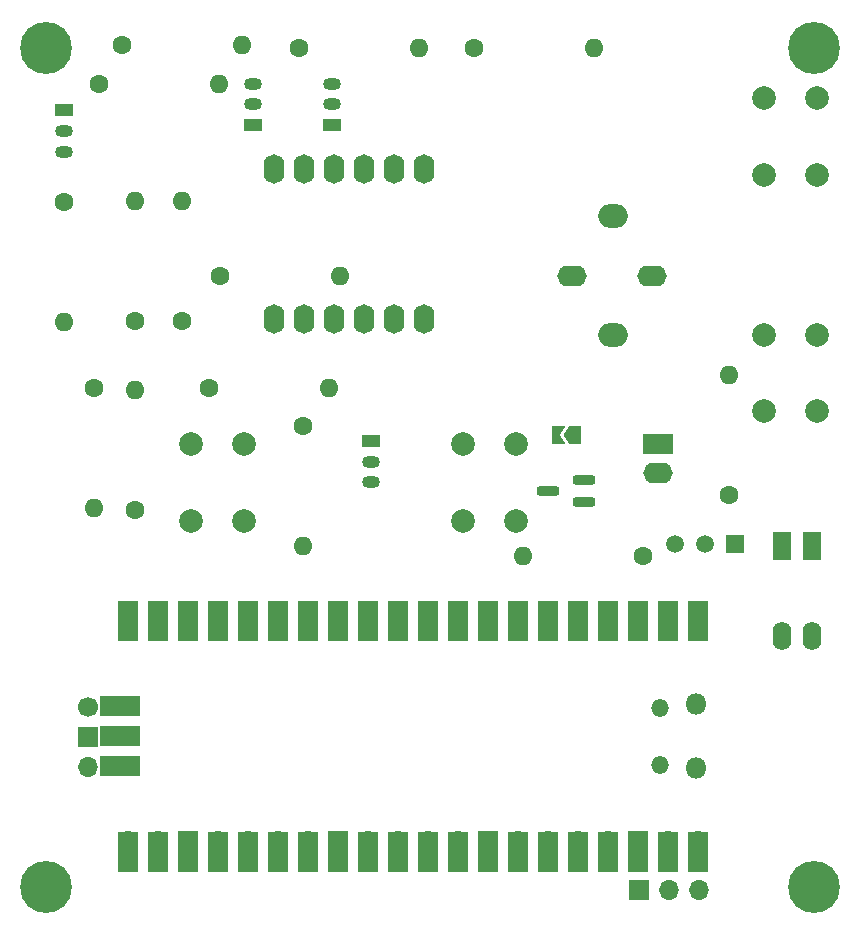
<source format=gbs>
%TF.GenerationSoftware,KiCad,Pcbnew,8.0.6*%
%TF.CreationDate,2025-01-14T21:11:08+01:00*%
%TF.ProjectId,kitchen_timer,6b697463-6865-46e5-9f74-696d65722e6b,1*%
%TF.SameCoordinates,Original*%
%TF.FileFunction,Soldermask,Bot*%
%TF.FilePolarity,Negative*%
%FSLAX46Y46*%
G04 Gerber Fmt 4.6, Leading zero omitted, Abs format (unit mm)*
G04 Created by KiCad (PCBNEW 8.0.6) date 2025-01-14 21:11:08*
%MOMM*%
%LPD*%
G01*
G04 APERTURE LIST*
G04 Aperture macros list*
%AMRoundRect*
0 Rectangle with rounded corners*
0 $1 Rounding radius*
0 $2 $3 $4 $5 $6 $7 $8 $9 X,Y pos of 4 corners*
0 Add a 4 corners polygon primitive as box body*
4,1,4,$2,$3,$4,$5,$6,$7,$8,$9,$2,$3,0*
0 Add four circle primitives for the rounded corners*
1,1,$1+$1,$2,$3*
1,1,$1+$1,$4,$5*
1,1,$1+$1,$6,$7*
1,1,$1+$1,$8,$9*
0 Add four rect primitives between the rounded corners*
20,1,$1+$1,$2,$3,$4,$5,0*
20,1,$1+$1,$4,$5,$6,$7,0*
20,1,$1+$1,$6,$7,$8,$9,0*
20,1,$1+$1,$8,$9,$2,$3,0*%
%AMFreePoly0*
4,1,6,1.000000,0.000000,0.500000,-0.750000,-0.500000,-0.750000,-0.500000,0.750000,0.500000,0.750000,1.000000,0.000000,1.000000,0.000000,$1*%
%AMFreePoly1*
4,1,6,0.500000,-0.750000,-0.650000,-0.750000,-0.150000,0.000000,-0.650000,0.750000,0.500000,0.750000,0.500000,-0.750000,0.500000,-0.750000,$1*%
G04 Aperture macros list end*
%ADD10C,1.600000*%
%ADD11O,1.600000X1.600000*%
%ADD12C,2.000000*%
%ADD13C,0.700000*%
%ADD14C,4.400000*%
%ADD15O,1.750000X2.500000*%
%ADD16C,1.700000*%
%ADD17R,1.700000X1.700000*%
%ADD18O,1.700000X1.700000*%
%ADD19O,1.800000X1.800000*%
%ADD20O,1.500000X1.500000*%
%ADD21R,1.700000X3.500000*%
%ADD22R,3.500000X1.700000*%
%ADD23R,1.500000X1.050000*%
%ADD24O,1.500000X1.050000*%
%ADD25O,2.500000X1.750000*%
%ADD26O,2.500000X2.000000*%
%ADD27FreePoly0,180.000000*%
%ADD28FreePoly1,180.000000*%
%ADD29R,2.500000X1.750000*%
%ADD30RoundRect,0.200000X0.750000X0.200000X-0.750000X0.200000X-0.750000X-0.200000X0.750000X-0.200000X0*%
%ADD31C,1.500000*%
%ADD32R,1.500000X1.500000*%
%ADD33O,1.600000X2.400000*%
%ADD34R,1.600000X2.400000*%
G04 APERTURE END LIST*
D10*
%TO.C,R1*%
X78420000Y-23750000D03*
D11*
X88580000Y-23750000D03*
%TD*%
D10*
%TO.C,R5*%
X78000000Y-49500000D03*
D11*
X78000000Y-59660000D03*
%TD*%
D12*
%TO.C,SW1*%
X134750000Y-31500000D03*
X134750000Y-25000000D03*
X139250000Y-31500000D03*
X139250000Y-25000000D03*
%TD*%
D13*
%TO.C,H1*%
X72350000Y-91750000D03*
X72833274Y-90583274D03*
X72833274Y-92916726D03*
X74000000Y-90100000D03*
D14*
X74000000Y-91750000D03*
D13*
X74000000Y-93400000D03*
X75166726Y-90583274D03*
X75166726Y-92916726D03*
X75650000Y-91750000D03*
%TD*%
D10*
%TO.C,R13*%
X124500000Y-63750000D03*
D11*
X114340000Y-63750000D03*
%TD*%
D10*
%TO.C,R6*%
X80420000Y-20500000D03*
D11*
X90580000Y-20500000D03*
%TD*%
D12*
%TO.C,SW3*%
X86250000Y-60750000D03*
X86250000Y-54250000D03*
X90750000Y-60750000D03*
X90750000Y-54250000D03*
%TD*%
D13*
%TO.C,H2*%
X137350000Y-91750000D03*
X137833274Y-90583274D03*
X137833274Y-92916726D03*
X139000000Y-90100000D03*
D14*
X139000000Y-91750000D03*
D13*
X139000000Y-93400000D03*
X140166726Y-90583274D03*
X140166726Y-92916726D03*
X140650000Y-91750000D03*
%TD*%
D15*
%TO.C,U1*%
X93300000Y-43700000D03*
X95840000Y-43700000D03*
X98380000Y-43700000D03*
X100920000Y-43700000D03*
X103460000Y-43700000D03*
X106000000Y-43700000D03*
X106000000Y-31000000D03*
X103460000Y-31000000D03*
X100920000Y-31000000D03*
X98380000Y-31000000D03*
X95840000Y-31000000D03*
X93300000Y-31000000D03*
%TD*%
D16*
%TO.C,J3*%
X77500000Y-76500000D03*
D17*
X77500000Y-79040000D03*
D18*
X77500000Y-81580000D03*
%TD*%
D12*
%TO.C,SW4*%
X109250000Y-60750000D03*
X109250000Y-54250000D03*
X113750000Y-60750000D03*
X113750000Y-54250000D03*
%TD*%
D10*
%TO.C,R11*%
X95420000Y-20750000D03*
D11*
X105580000Y-20750000D03*
%TD*%
D13*
%TO.C,H3*%
X137350000Y-20750000D03*
X137833274Y-19583274D03*
X137833274Y-21916726D03*
X139000000Y-19100000D03*
D14*
X139000000Y-20750000D03*
D13*
X139000000Y-22400000D03*
X140166726Y-19583274D03*
X140166726Y-21916726D03*
X140650000Y-20750000D03*
%TD*%
D10*
%TO.C,R10*%
X110170000Y-20750000D03*
D11*
X120330000Y-20750000D03*
%TD*%
D12*
%TO.C,SW2*%
X134750000Y-51500000D03*
X134750000Y-45000000D03*
X139250000Y-51500000D03*
X139250000Y-45000000D03*
%TD*%
D10*
%TO.C,R4*%
X81500000Y-59830000D03*
D11*
X81500000Y-49670000D03*
%TD*%
D10*
%TO.C,R8*%
X87750000Y-49500000D03*
D11*
X97910000Y-49500000D03*
%TD*%
D10*
%TO.C,R14*%
X131750000Y-58580000D03*
D11*
X131750000Y-48420000D03*
%TD*%
D13*
%TO.C,H4*%
X72350000Y-20750000D03*
X72833274Y-19583274D03*
X72833274Y-21916726D03*
X74000000Y-19100000D03*
D14*
X74000000Y-20750000D03*
D13*
X74000000Y-22400000D03*
X75166726Y-19583274D03*
X75166726Y-21916726D03*
X75650000Y-20750000D03*
%TD*%
D10*
%TO.C,R12*%
X75500000Y-33750000D03*
D11*
X75500000Y-43910000D03*
%TD*%
D10*
%TO.C,R9*%
X95750000Y-52750000D03*
D11*
X95750000Y-62910000D03*
%TD*%
D17*
%TO.C,J2*%
X124170000Y-92000000D03*
D18*
X126710000Y-92000000D03*
X129250000Y-92000000D03*
%TD*%
D19*
%TO.C,U2*%
X129000000Y-81725000D03*
D20*
X125970000Y-81425000D03*
X125970000Y-76575000D03*
D19*
X129000000Y-76275000D03*
D18*
X129130000Y-87890000D03*
D21*
X129130000Y-88790000D03*
D18*
X126590000Y-87890000D03*
D21*
X126590000Y-88790000D03*
D17*
X124050000Y-87890000D03*
D21*
X124050000Y-88790000D03*
D18*
X121510000Y-87890000D03*
D21*
X121510000Y-88790000D03*
D18*
X118970000Y-87890000D03*
D21*
X118970000Y-88790000D03*
D18*
X116430000Y-87890000D03*
D21*
X116430000Y-88790000D03*
D18*
X113890000Y-87890000D03*
D21*
X113890000Y-88790000D03*
D17*
X111350000Y-87890000D03*
D21*
X111350000Y-88790000D03*
D18*
X108810000Y-87890000D03*
D21*
X108810000Y-88790000D03*
D18*
X106270000Y-87890000D03*
D21*
X106270000Y-88790000D03*
D18*
X103730000Y-87890000D03*
D21*
X103730000Y-88790000D03*
D18*
X101190000Y-87890000D03*
D21*
X101190000Y-88790000D03*
D17*
X98650000Y-87890000D03*
D21*
X98650000Y-88790000D03*
D18*
X96110000Y-87890000D03*
D21*
X96110000Y-88790000D03*
D18*
X93570000Y-87890000D03*
D21*
X93570000Y-88790000D03*
D18*
X91030000Y-87890000D03*
D21*
X91030000Y-88790000D03*
D18*
X88490000Y-87890000D03*
D21*
X88490000Y-88790000D03*
D17*
X85950000Y-87890000D03*
D21*
X85950000Y-88790000D03*
D18*
X83410000Y-87890000D03*
D21*
X83410000Y-88790000D03*
D18*
X80870000Y-87890000D03*
D21*
X80870000Y-88790000D03*
D18*
X80870000Y-70110000D03*
D21*
X80870000Y-69210000D03*
D18*
X83410000Y-70110000D03*
D21*
X83410000Y-69210000D03*
D17*
X85950000Y-70110000D03*
D21*
X85950000Y-69210000D03*
D18*
X88490000Y-70110000D03*
D21*
X88490000Y-69210000D03*
D18*
X91030000Y-70110000D03*
D21*
X91030000Y-69210000D03*
D18*
X93570000Y-70110000D03*
D21*
X93570000Y-69210000D03*
D18*
X96110000Y-70110000D03*
D21*
X96110000Y-69210000D03*
D17*
X98650000Y-70110000D03*
D21*
X98650000Y-69210000D03*
D18*
X101190000Y-70110000D03*
D21*
X101190000Y-69210000D03*
D18*
X103730000Y-70110000D03*
D21*
X103730000Y-69210000D03*
D18*
X106270000Y-70110000D03*
D21*
X106270000Y-69210000D03*
D18*
X108810000Y-70110000D03*
D21*
X108810000Y-69210000D03*
D17*
X111350000Y-70110000D03*
D21*
X111350000Y-69210000D03*
D18*
X113890000Y-70110000D03*
D21*
X113890000Y-69210000D03*
D18*
X116430000Y-70110000D03*
D21*
X116430000Y-69210000D03*
D18*
X118970000Y-70110000D03*
D21*
X118970000Y-69210000D03*
D18*
X121510000Y-70110000D03*
D21*
X121510000Y-69210000D03*
D17*
X124050000Y-70110000D03*
D21*
X124050000Y-69210000D03*
D18*
X126590000Y-70110000D03*
D21*
X126590000Y-69210000D03*
D18*
X129130000Y-70110000D03*
D21*
X129130000Y-69210000D03*
D18*
X81100000Y-81540000D03*
D22*
X80200000Y-81540000D03*
D17*
X81100000Y-79000000D03*
D22*
X80200000Y-79000000D03*
D18*
X81100000Y-76460000D03*
D22*
X80200000Y-76460000D03*
%TD*%
D23*
%TO.C,Q3*%
X98140000Y-27270000D03*
D24*
X98140000Y-25500000D03*
X98140000Y-23770000D03*
%TD*%
D10*
%TO.C,R2*%
X81500000Y-43810000D03*
D11*
X81500000Y-33650000D03*
%TD*%
D25*
%TO.C,LS1*%
X118500000Y-40000000D03*
X125250000Y-40000000D03*
D26*
X122000000Y-45000000D03*
X122000000Y-35000000D03*
%TD*%
D23*
%TO.C,Q1*%
X75500000Y-26000000D03*
D24*
X75500000Y-27770000D03*
X75500000Y-29500000D03*
%TD*%
D23*
%TO.C,Q2*%
X91500000Y-27270000D03*
D24*
X91500000Y-25500000D03*
X91500000Y-23770000D03*
%TD*%
D27*
%TO.C,JP1*%
X118725000Y-53500000D03*
D28*
X117275000Y-53500000D03*
%TD*%
D25*
%TO.C,J1*%
X125750000Y-56750000D03*
D29*
X125750000Y-54250000D03*
%TD*%
D10*
%TO.C,R3*%
X85500000Y-43810000D03*
D11*
X85500000Y-33650000D03*
%TD*%
D30*
%TO.C,D1*%
X119500000Y-57300000D03*
X116500000Y-58250000D03*
X119500000Y-59200000D03*
%TD*%
D31*
%TO.C,Q5*%
X127250000Y-62750000D03*
X129790000Y-62750000D03*
D32*
X132330000Y-62750000D03*
%TD*%
D23*
%TO.C,Q4*%
X101500000Y-54000000D03*
D24*
X101500000Y-55770000D03*
X101500000Y-57500000D03*
%TD*%
D33*
%TO.C,SW5*%
X138775000Y-70500000D03*
X136235000Y-70500000D03*
D34*
X136235000Y-62880000D03*
X138775000Y-62880000D03*
%TD*%
D10*
%TO.C,R7*%
X88690000Y-40000000D03*
D11*
X98850000Y-40000000D03*
%TD*%
M02*

</source>
